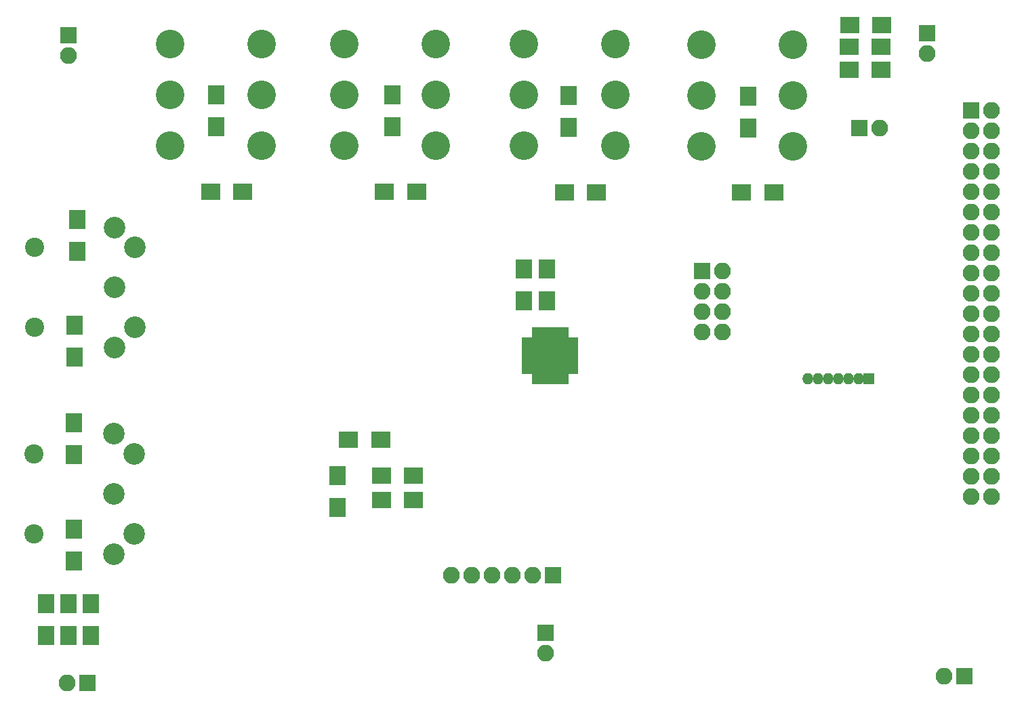
<source format=gbs>
G04 #@! TF.GenerationSoftware,KiCad,Pcbnew,(5.1.2)-2*
G04 #@! TF.CreationDate,2020-06-07T10:10:03-04:00*
G04 #@! TF.ProjectId,MidiControllerPCB,4d696469-436f-46e7-9472-6f6c6c657250,rev?*
G04 #@! TF.SameCoordinates,Original*
G04 #@! TF.FileFunction,Soldermask,Bot*
G04 #@! TF.FilePolarity,Negative*
%FSLAX46Y46*%
G04 Gerber Fmt 4.6, Leading zero omitted, Abs format (unit mm)*
G04 Created by KiCad (PCBNEW (5.1.2)-2) date 2020-06-07 10:10:03*
%MOMM*%
%LPD*%
G04 APERTURE LIST*
%ADD10C,2.400000*%
%ADD11C,2.700000*%
%ADD12R,1.400000X0.770000*%
%ADD13R,0.770000X1.400000*%
%ADD14R,1.462500X1.462500*%
%ADD15R,2.100000X2.100000*%
%ADD16O,2.100000X2.100000*%
%ADD17R,2.100000X2.400000*%
%ADD18R,2.400000X2.100000*%
%ADD19C,3.575000*%
%ADD20R,2.400000X2.000000*%
%ADD21R,2.000000X2.400000*%
%ADD22O,1.400000X1.400000*%
%ADD23R,1.400000X1.400000*%
G04 APERTURE END LIST*
D10*
X99700000Y-111400000D03*
D11*
X112200000Y-121400000D03*
X109700000Y-123900000D03*
X109700000Y-116400000D03*
X109700000Y-108900000D03*
D10*
X99700000Y-121400000D03*
D11*
X112200000Y-111400000D03*
D12*
X161318750Y-101081250D03*
X161318750Y-100431250D03*
X161318750Y-99781250D03*
X161318750Y-99131250D03*
X161318750Y-98481250D03*
X161318750Y-97831250D03*
X161318750Y-97181250D03*
D13*
X162218750Y-96281250D03*
X162868750Y-96281250D03*
X163518750Y-96281250D03*
X164168750Y-96281250D03*
X164818750Y-96281250D03*
X165468750Y-96281250D03*
X166118750Y-96281250D03*
D12*
X167018750Y-97181250D03*
X167018750Y-97831250D03*
X167018750Y-98481250D03*
X167018750Y-99131250D03*
X167018750Y-99781250D03*
X167018750Y-100431250D03*
X167018750Y-101081250D03*
D13*
X166118750Y-101981250D03*
X165468750Y-101981250D03*
X164818750Y-101981250D03*
X164168750Y-101981250D03*
X163518750Y-101981250D03*
X162868750Y-101981250D03*
X162218750Y-101981250D03*
D14*
X165762500Y-97537500D03*
X165762500Y-98600000D03*
X165762500Y-99662500D03*
X165762500Y-100725000D03*
X164700000Y-97537500D03*
X164700000Y-98600000D03*
X164700000Y-99662500D03*
X164700000Y-100725000D03*
X163637500Y-97537500D03*
X163637500Y-98600000D03*
X163637500Y-99662500D03*
X163637500Y-100725000D03*
X162575000Y-97537500D03*
X162575000Y-98600000D03*
X162575000Y-99662500D03*
X162575000Y-100725000D03*
D15*
X183160000Y-88520000D03*
D16*
X185700000Y-88520000D03*
X183160000Y-91060000D03*
X185700000Y-91060000D03*
X183160000Y-93600000D03*
X185700000Y-93600000D03*
X183160000Y-96140000D03*
X185700000Y-96140000D03*
D15*
X211300000Y-58800000D03*
D16*
X211300000Y-61340000D03*
D15*
X104000000Y-59100000D03*
D16*
X104000000Y-61640000D03*
D15*
X215900000Y-139200000D03*
D16*
X213360000Y-139200000D03*
D15*
X163600000Y-133800000D03*
D16*
X163600000Y-136340000D03*
D15*
X106400000Y-140000000D03*
D16*
X103860000Y-140000000D03*
D17*
X163800000Y-88300000D03*
X163800000Y-92300000D03*
X160900000Y-88300000D03*
X160900000Y-92300000D03*
X137600000Y-118100000D03*
X137600000Y-114100000D03*
D18*
X139000000Y-109600000D03*
X143000000Y-109600000D03*
X205500000Y-63400000D03*
X201500000Y-63400000D03*
X201560000Y-60505000D03*
X205560000Y-60505000D03*
D17*
X104700000Y-107500000D03*
X104700000Y-111500000D03*
X104700000Y-120800000D03*
X104700000Y-124800000D03*
X105100000Y-82100000D03*
X105100000Y-86100000D03*
X104800000Y-95300000D03*
X104800000Y-99300000D03*
X101200000Y-134100000D03*
X101200000Y-130100000D03*
X104000000Y-130100000D03*
X104000000Y-134100000D03*
X122500000Y-66500000D03*
X122500000Y-70500000D03*
D18*
X125800000Y-78600000D03*
X121800000Y-78600000D03*
D17*
X188900000Y-70700000D03*
X188900000Y-66700000D03*
D18*
X192100000Y-78700000D03*
X188100000Y-78700000D03*
D17*
X144500000Y-70500000D03*
X144500000Y-66500000D03*
D18*
X147500000Y-78600000D03*
X143500000Y-78600000D03*
D17*
X166500000Y-70600000D03*
X166500000Y-66600000D03*
D18*
X170000000Y-78700000D03*
X166000000Y-78700000D03*
D15*
X164500000Y-126600000D03*
D16*
X161960000Y-126600000D03*
X159420000Y-126600000D03*
X156880000Y-126600000D03*
X154340000Y-126600000D03*
X151800000Y-126600000D03*
D15*
X216800000Y-68500000D03*
D16*
X219340000Y-68500000D03*
X216800000Y-71040000D03*
X219340000Y-71040000D03*
X216800000Y-73580000D03*
X219340000Y-73580000D03*
X216800000Y-76120000D03*
X219340000Y-76120000D03*
X216800000Y-78660000D03*
X219340000Y-78660000D03*
X216800000Y-81200000D03*
X219340000Y-81200000D03*
X216800000Y-83740000D03*
X219340000Y-83740000D03*
X216800000Y-86280000D03*
X219340000Y-86280000D03*
X216800000Y-88820000D03*
X219340000Y-88820000D03*
X216800000Y-91360000D03*
X219340000Y-91360000D03*
X216800000Y-93900000D03*
X219340000Y-93900000D03*
X216800000Y-96440000D03*
X219340000Y-96440000D03*
X216800000Y-98980000D03*
X219340000Y-98980000D03*
X216800000Y-101520000D03*
X219340000Y-101520000D03*
X216800000Y-104060000D03*
X219340000Y-104060000D03*
X216800000Y-106600000D03*
X219340000Y-106600000D03*
X216800000Y-109140000D03*
X219340000Y-109140000D03*
X216800000Y-111680000D03*
X219340000Y-111680000D03*
X216800000Y-114220000D03*
X219340000Y-114220000D03*
X216800000Y-116760000D03*
X219340000Y-116760000D03*
D19*
X149930000Y-66544900D03*
X138500000Y-66545000D03*
X149930000Y-72894900D03*
X149930000Y-60186100D03*
X138500000Y-60186200D03*
X138500000Y-72895000D03*
X172330000Y-66544900D03*
X160900000Y-66545000D03*
X172330000Y-72894900D03*
X172330000Y-60186100D03*
X160900000Y-60186200D03*
X160900000Y-72895000D03*
D10*
X99800000Y-85600000D03*
D11*
X112300000Y-95600000D03*
X109800000Y-98100000D03*
X109800000Y-90600000D03*
X109800000Y-83100000D03*
D10*
X99800000Y-95600000D03*
D11*
X112300000Y-85600000D03*
D19*
X128130000Y-66544900D03*
X116700000Y-66545000D03*
X128130000Y-72894900D03*
X128130000Y-60186100D03*
X116700000Y-60186200D03*
X116700000Y-72895000D03*
X194530000Y-66644900D03*
X183100000Y-66645000D03*
X194530000Y-72994900D03*
X194530000Y-60286100D03*
X183100000Y-60286200D03*
X183100000Y-72995000D03*
D15*
X202800000Y-70700000D03*
D16*
X205340000Y-70700000D03*
D20*
X147100000Y-114100000D03*
X143100000Y-114100000D03*
X147100000Y-117200000D03*
X143100000Y-117200000D03*
X201600000Y-57800000D03*
X205600000Y-57800000D03*
D21*
X106800000Y-130100000D03*
X106800000Y-134100000D03*
D22*
X196380000Y-102000000D03*
X197650000Y-102000000D03*
X198920000Y-102000000D03*
X200190000Y-102000000D03*
X201460000Y-102000000D03*
X202730000Y-102000000D03*
D23*
X204000000Y-102000000D03*
M02*

</source>
